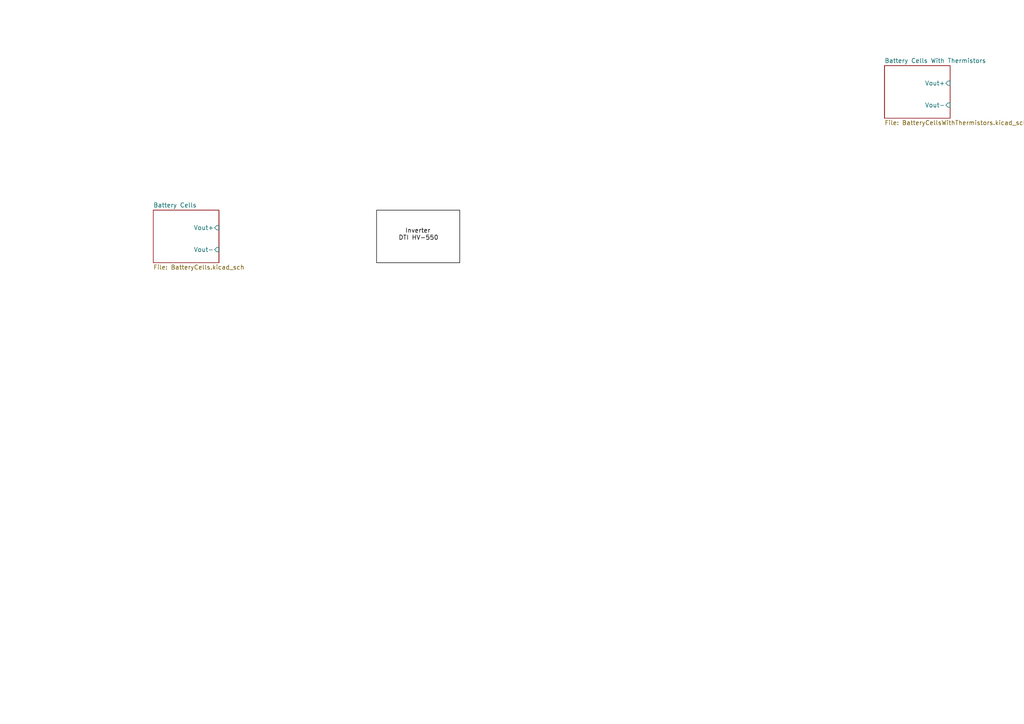
<source format=kicad_sch>
(kicad_sch (version 20230121) (generator eeschema)

  (uuid aec77b52-01ca-489b-a892-67e0a99e1530)

  (paper "A4")

  (title_block
    (title "Tractive System")
    (date "2024-02-29")
    (rev "0")
    (company "BYU-Idaho Viking Racing")
  )

  (lib_symbols
  )


  (rectangle (start 109.22 60.96) (end 133.35 76.2)
    (stroke (width 0) (type default) (color 0 0 0 1))
    (fill (type none))
    (uuid 77a9739e-9c46-4a6c-803d-dd28c0caa594)
  )

  (text "  Inverter\nDTI HV-550" (at 115.57 69.85 0)
    (effects (font (size 1.27 1.27) (color 0 0 0 1)) (justify left bottom))
    (uuid 4e8d4ca9-7a80-429e-a713-16eb89f28769)
  )

  (sheet (at 44.45 60.96) (size 19.05 15.24) (fields_autoplaced)
    (stroke (width 0.1524) (type solid))
    (fill (color 0 0 0 0.0000))
    (uuid 9471d31a-e2e1-43e8-afa8-7ad6f45c5081)
    (property "Sheetname" "Battery Cells" (at 44.45 60.2484 0)
      (effects (font (size 1.27 1.27)) (justify left bottom))
    )
    (property "Sheetfile" "BatteryCells.kicad_sch" (at 44.45 76.7846 0)
      (effects (font (size 1.27 1.27)) (justify left top))
    )
    (property "Field2" "" (at 44.45 60.96 0)
      (effects (font (size 1.27 1.27)) hide)
    )
    (pin "Vout-" input (at 63.5 72.39 0)
      (effects (font (size 1.27 1.27)) (justify right))
      (uuid 78f9570c-9e4e-4113-aa2e-ba1bb5c5e07a)
    )
    (pin "Vout+" input (at 63.5 66.04 0)
      (effects (font (size 1.27 1.27)) (justify right))
      (uuid 182e1142-efe3-4e35-9fb9-8f6a0ae0ee7d)
    )
    (instances
      (project "accumulator"
        (path "/aec77b52-01ca-489b-a892-67e0a99e1530" (page "2"))
      )
    )
  )

  (sheet (at 256.54 19.05) (size 19.05 15.24) (fields_autoplaced)
    (stroke (width 0.1524) (type solid))
    (fill (color 0 0 0 0.0000))
    (uuid d59b550c-dacf-4de5-bfc4-fa95ac4ad41c)
    (property "Sheetname" "Battery Cells With Thermistors" (at 256.54 18.3384 0)
      (effects (font (size 1.27 1.27)) (justify left bottom))
    )
    (property "Sheetfile" "BatteryCellsWithThermistors.kicad_sch" (at 256.54 34.8746 0)
      (effects (font (size 1.27 1.27)) (justify left top))
    )
    (property "Field2" "" (at 256.54 19.05 0)
      (effects (font (size 1.27 1.27)) hide)
    )
    (pin "Vout-" input (at 275.59 30.48 0)
      (effects (font (size 1.27 1.27)) (justify right))
      (uuid 5a2c2fe5-04cc-4306-ae36-e541c67abca5)
    )
    (pin "Vout+" input (at 275.59 24.13 0)
      (effects (font (size 1.27 1.27)) (justify right))
      (uuid 045f62e7-18b9-49d4-9bf8-1ebaec4737da)
    )
    (instances
      (project "accumulator"
        (path "/aec77b52-01ca-489b-a892-67e0a99e1530" (page "3"))
      )
    )
  )

  (sheet_instances
    (path "/" (page "1"))
  )
)

</source>
